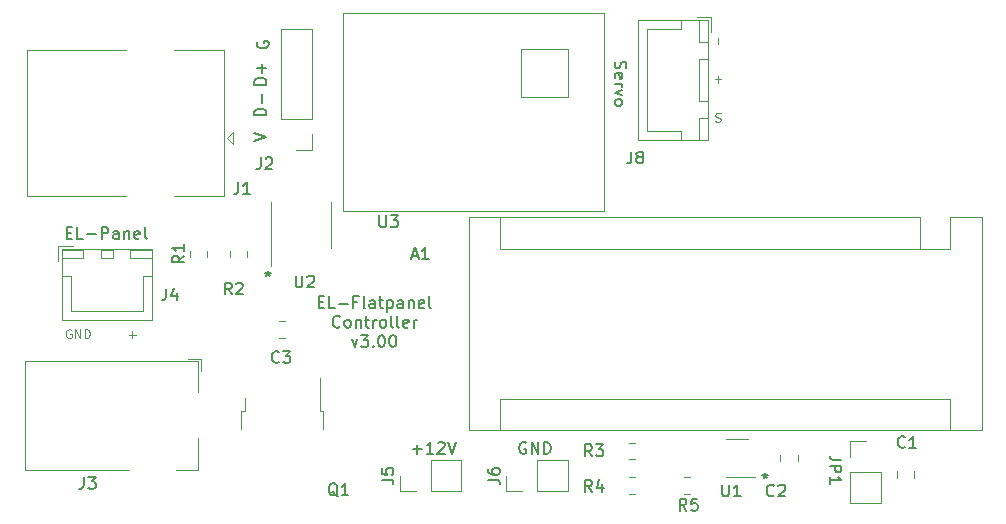
<source format=gto>
G04 #@! TF.GenerationSoftware,KiCad,Pcbnew,(5.1.10)-1*
G04 #@! TF.CreationDate,2022-01-19T22:21:47+01:00*
G04 #@! TF.ProjectId,ELFlatPanel,454c466c-6174-4506-916e-656c2e6b6963,3.0*
G04 #@! TF.SameCoordinates,Original*
G04 #@! TF.FileFunction,Legend,Top*
G04 #@! TF.FilePolarity,Positive*
%FSLAX46Y46*%
G04 Gerber Fmt 4.6, Leading zero omitted, Abs format (unit mm)*
G04 Created by KiCad (PCBNEW (5.1.10)-1) date 2022-01-19 22:21:47*
%MOMM*%
%LPD*%
G01*
G04 APERTURE LIST*
%ADD10C,0.150000*%
%ADD11C,0.100000*%
%ADD12C,0.120000*%
%ADD13R,1.700000X1.700000*%
%ADD14C,1.700000*%
%ADD15C,3.500000*%
%ADD16C,2.200000*%
%ADD17R,1.600000X1.600000*%
%ADD18O,1.600000X1.600000*%
%ADD19O,1.700000X1.700000*%
%ADD20R,3.500000X3.500000*%
%ADD21O,1.700000X2.000000*%
%ADD22O,1.950000X1.700000*%
%ADD23R,1.200000X2.200000*%
%ADD24R,5.800000X6.400000*%
%ADD25R,1.060000X0.650000*%
%ADD26C,1.524000*%
G04 APERTURE END LIST*
D10*
X147700000Y-113252380D02*
X147700000Y-113490476D01*
X147461904Y-113395238D02*
X147700000Y-113490476D01*
X147938095Y-113395238D01*
X147557142Y-113680952D02*
X147700000Y-113490476D01*
X147842857Y-113680952D01*
D11*
X143485714Y-83503571D02*
X143592857Y-83539285D01*
X143771428Y-83539285D01*
X143842857Y-83503571D01*
X143878571Y-83467857D01*
X143914285Y-83396428D01*
X143914285Y-83325000D01*
X143878571Y-83253571D01*
X143842857Y-83217857D01*
X143771428Y-83182142D01*
X143628571Y-83146428D01*
X143557142Y-83110714D01*
X143521428Y-83075000D01*
X143485714Y-83003571D01*
X143485714Y-82932142D01*
X143521428Y-82860714D01*
X143557142Y-82825000D01*
X143628571Y-82789285D01*
X143807142Y-82789285D01*
X143914285Y-82825000D01*
D10*
X127438095Y-110700000D02*
X127342857Y-110652380D01*
X127200000Y-110652380D01*
X127057142Y-110700000D01*
X126961904Y-110795238D01*
X126914285Y-110890476D01*
X126866666Y-111080952D01*
X126866666Y-111223809D01*
X126914285Y-111414285D01*
X126961904Y-111509523D01*
X127057142Y-111604761D01*
X127200000Y-111652380D01*
X127295238Y-111652380D01*
X127438095Y-111604761D01*
X127485714Y-111557142D01*
X127485714Y-111223809D01*
X127295238Y-111223809D01*
X127914285Y-111652380D02*
X127914285Y-110652380D01*
X128485714Y-111652380D01*
X128485714Y-110652380D01*
X128961904Y-111652380D02*
X128961904Y-110652380D01*
X129200000Y-110652380D01*
X129342857Y-110700000D01*
X129438095Y-110795238D01*
X129485714Y-110890476D01*
X129533333Y-111080952D01*
X129533333Y-111223809D01*
X129485714Y-111414285D01*
X129438095Y-111509523D01*
X129342857Y-111604761D01*
X129200000Y-111652380D01*
X128961904Y-111652380D01*
X117838095Y-111271428D02*
X118600000Y-111271428D01*
X118219047Y-111652380D02*
X118219047Y-110890476D01*
X119600000Y-111652380D02*
X119028571Y-111652380D01*
X119314285Y-111652380D02*
X119314285Y-110652380D01*
X119219047Y-110795238D01*
X119123809Y-110890476D01*
X119028571Y-110938095D01*
X119980952Y-110747619D02*
X120028571Y-110700000D01*
X120123809Y-110652380D01*
X120361904Y-110652380D01*
X120457142Y-110700000D01*
X120504761Y-110747619D01*
X120552380Y-110842857D01*
X120552380Y-110938095D01*
X120504761Y-111080952D01*
X119933333Y-111652380D01*
X120552380Y-111652380D01*
X120838095Y-110652380D02*
X121171428Y-111652380D01*
X121504761Y-110652380D01*
X104700000Y-76738095D02*
X104652380Y-76833333D01*
X104652380Y-76976190D01*
X104700000Y-77119047D01*
X104795238Y-77214285D01*
X104890476Y-77261904D01*
X105080952Y-77309523D01*
X105223809Y-77309523D01*
X105414285Y-77261904D01*
X105509523Y-77214285D01*
X105604761Y-77119047D01*
X105652380Y-76976190D01*
X105652380Y-76880952D01*
X105604761Y-76738095D01*
X105557142Y-76690476D01*
X105223809Y-76690476D01*
X105223809Y-76880952D01*
X105452380Y-80380952D02*
X104452380Y-80380952D01*
X104452380Y-80142857D01*
X104500000Y-80000000D01*
X104595238Y-79904761D01*
X104690476Y-79857142D01*
X104880952Y-79809523D01*
X105023809Y-79809523D01*
X105214285Y-79857142D01*
X105309523Y-79904761D01*
X105404761Y-80000000D01*
X105452380Y-80142857D01*
X105452380Y-80380952D01*
X105071428Y-79380952D02*
X105071428Y-78619047D01*
X105452380Y-79000000D02*
X104690476Y-79000000D01*
X105452380Y-82980952D02*
X104452380Y-82980952D01*
X104452380Y-82742857D01*
X104500000Y-82600000D01*
X104595238Y-82504761D01*
X104690476Y-82457142D01*
X104880952Y-82409523D01*
X105023809Y-82409523D01*
X105214285Y-82457142D01*
X105309523Y-82504761D01*
X105404761Y-82600000D01*
X105452380Y-82742857D01*
X105452380Y-82980952D01*
X105071428Y-81980952D02*
X105071428Y-81219047D01*
X104452380Y-85133333D02*
X105452380Y-84800000D01*
X104452380Y-84466666D01*
X109885714Y-98778571D02*
X110219047Y-98778571D01*
X110361904Y-99302380D02*
X109885714Y-99302380D01*
X109885714Y-98302380D01*
X110361904Y-98302380D01*
X111266666Y-99302380D02*
X110790476Y-99302380D01*
X110790476Y-98302380D01*
X111600000Y-98921428D02*
X112361904Y-98921428D01*
X113171428Y-98778571D02*
X112838095Y-98778571D01*
X112838095Y-99302380D02*
X112838095Y-98302380D01*
X113314285Y-98302380D01*
X113838095Y-99302380D02*
X113742857Y-99254761D01*
X113695238Y-99159523D01*
X113695238Y-98302380D01*
X114647619Y-99302380D02*
X114647619Y-98778571D01*
X114600000Y-98683333D01*
X114504761Y-98635714D01*
X114314285Y-98635714D01*
X114219047Y-98683333D01*
X114647619Y-99254761D02*
X114552380Y-99302380D01*
X114314285Y-99302380D01*
X114219047Y-99254761D01*
X114171428Y-99159523D01*
X114171428Y-99064285D01*
X114219047Y-98969047D01*
X114314285Y-98921428D01*
X114552380Y-98921428D01*
X114647619Y-98873809D01*
X114980952Y-98635714D02*
X115361904Y-98635714D01*
X115123809Y-98302380D02*
X115123809Y-99159523D01*
X115171428Y-99254761D01*
X115266666Y-99302380D01*
X115361904Y-99302380D01*
X115695238Y-98635714D02*
X115695238Y-99635714D01*
X115695238Y-98683333D02*
X115790476Y-98635714D01*
X115980952Y-98635714D01*
X116076190Y-98683333D01*
X116123809Y-98730952D01*
X116171428Y-98826190D01*
X116171428Y-99111904D01*
X116123809Y-99207142D01*
X116076190Y-99254761D01*
X115980952Y-99302380D01*
X115790476Y-99302380D01*
X115695238Y-99254761D01*
X117028571Y-99302380D02*
X117028571Y-98778571D01*
X116980952Y-98683333D01*
X116885714Y-98635714D01*
X116695238Y-98635714D01*
X116600000Y-98683333D01*
X117028571Y-99254761D02*
X116933333Y-99302380D01*
X116695238Y-99302380D01*
X116600000Y-99254761D01*
X116552380Y-99159523D01*
X116552380Y-99064285D01*
X116600000Y-98969047D01*
X116695238Y-98921428D01*
X116933333Y-98921428D01*
X117028571Y-98873809D01*
X117504761Y-98635714D02*
X117504761Y-99302380D01*
X117504761Y-98730952D02*
X117552380Y-98683333D01*
X117647619Y-98635714D01*
X117790476Y-98635714D01*
X117885714Y-98683333D01*
X117933333Y-98778571D01*
X117933333Y-99302380D01*
X118790476Y-99254761D02*
X118695238Y-99302380D01*
X118504761Y-99302380D01*
X118409523Y-99254761D01*
X118361904Y-99159523D01*
X118361904Y-98778571D01*
X118409523Y-98683333D01*
X118504761Y-98635714D01*
X118695238Y-98635714D01*
X118790476Y-98683333D01*
X118838095Y-98778571D01*
X118838095Y-98873809D01*
X118361904Y-98969047D01*
X119409523Y-99302380D02*
X119314285Y-99254761D01*
X119266666Y-99159523D01*
X119266666Y-98302380D01*
X111695238Y-100857142D02*
X111647619Y-100904761D01*
X111504761Y-100952380D01*
X111409523Y-100952380D01*
X111266666Y-100904761D01*
X111171428Y-100809523D01*
X111123809Y-100714285D01*
X111076190Y-100523809D01*
X111076190Y-100380952D01*
X111123809Y-100190476D01*
X111171428Y-100095238D01*
X111266666Y-100000000D01*
X111409523Y-99952380D01*
X111504761Y-99952380D01*
X111647619Y-100000000D01*
X111695238Y-100047619D01*
X112266666Y-100952380D02*
X112171428Y-100904761D01*
X112123809Y-100857142D01*
X112076190Y-100761904D01*
X112076190Y-100476190D01*
X112123809Y-100380952D01*
X112171428Y-100333333D01*
X112266666Y-100285714D01*
X112409523Y-100285714D01*
X112504761Y-100333333D01*
X112552380Y-100380952D01*
X112600000Y-100476190D01*
X112600000Y-100761904D01*
X112552380Y-100857142D01*
X112504761Y-100904761D01*
X112409523Y-100952380D01*
X112266666Y-100952380D01*
X113028571Y-100285714D02*
X113028571Y-100952380D01*
X113028571Y-100380952D02*
X113076190Y-100333333D01*
X113171428Y-100285714D01*
X113314285Y-100285714D01*
X113409523Y-100333333D01*
X113457142Y-100428571D01*
X113457142Y-100952380D01*
X113790476Y-100285714D02*
X114171428Y-100285714D01*
X113933333Y-99952380D02*
X113933333Y-100809523D01*
X113980952Y-100904761D01*
X114076190Y-100952380D01*
X114171428Y-100952380D01*
X114504761Y-100952380D02*
X114504761Y-100285714D01*
X114504761Y-100476190D02*
X114552380Y-100380952D01*
X114600000Y-100333333D01*
X114695238Y-100285714D01*
X114790476Y-100285714D01*
X115266666Y-100952380D02*
X115171428Y-100904761D01*
X115123809Y-100857142D01*
X115076190Y-100761904D01*
X115076190Y-100476190D01*
X115123809Y-100380952D01*
X115171428Y-100333333D01*
X115266666Y-100285714D01*
X115409523Y-100285714D01*
X115504761Y-100333333D01*
X115552380Y-100380952D01*
X115600000Y-100476190D01*
X115600000Y-100761904D01*
X115552380Y-100857142D01*
X115504761Y-100904761D01*
X115409523Y-100952380D01*
X115266666Y-100952380D01*
X116171428Y-100952380D02*
X116076190Y-100904761D01*
X116028571Y-100809523D01*
X116028571Y-99952380D01*
X116695238Y-100952380D02*
X116600000Y-100904761D01*
X116552380Y-100809523D01*
X116552380Y-99952380D01*
X117457142Y-100904761D02*
X117361904Y-100952380D01*
X117171428Y-100952380D01*
X117076190Y-100904761D01*
X117028571Y-100809523D01*
X117028571Y-100428571D01*
X117076190Y-100333333D01*
X117171428Y-100285714D01*
X117361904Y-100285714D01*
X117457142Y-100333333D01*
X117504761Y-100428571D01*
X117504761Y-100523809D01*
X117028571Y-100619047D01*
X117933333Y-100952380D02*
X117933333Y-100285714D01*
X117933333Y-100476190D02*
X117980952Y-100380952D01*
X118028571Y-100333333D01*
X118123809Y-100285714D01*
X118219047Y-100285714D01*
X112695238Y-101935714D02*
X112933333Y-102602380D01*
X113171428Y-101935714D01*
X113457142Y-101602380D02*
X114076190Y-101602380D01*
X113742857Y-101983333D01*
X113885714Y-101983333D01*
X113980952Y-102030952D01*
X114028571Y-102078571D01*
X114076190Y-102173809D01*
X114076190Y-102411904D01*
X114028571Y-102507142D01*
X113980952Y-102554761D01*
X113885714Y-102602380D01*
X113600000Y-102602380D01*
X113504761Y-102554761D01*
X113457142Y-102507142D01*
X114504761Y-102507142D02*
X114552380Y-102554761D01*
X114504761Y-102602380D01*
X114457142Y-102554761D01*
X114504761Y-102507142D01*
X114504761Y-102602380D01*
X115171428Y-101602380D02*
X115266666Y-101602380D01*
X115361904Y-101650000D01*
X115409523Y-101697619D01*
X115457142Y-101792857D01*
X115504761Y-101983333D01*
X115504761Y-102221428D01*
X115457142Y-102411904D01*
X115409523Y-102507142D01*
X115361904Y-102554761D01*
X115266666Y-102602380D01*
X115171428Y-102602380D01*
X115076190Y-102554761D01*
X115028571Y-102507142D01*
X114980952Y-102411904D01*
X114933333Y-102221428D01*
X114933333Y-101983333D01*
X114980952Y-101792857D01*
X115028571Y-101697619D01*
X115076190Y-101650000D01*
X115171428Y-101602380D01*
X116123809Y-101602380D02*
X116219047Y-101602380D01*
X116314285Y-101650000D01*
X116361904Y-101697619D01*
X116409523Y-101792857D01*
X116457142Y-101983333D01*
X116457142Y-102221428D01*
X116409523Y-102411904D01*
X116361904Y-102507142D01*
X116314285Y-102554761D01*
X116219047Y-102602380D01*
X116123809Y-102602380D01*
X116028571Y-102554761D01*
X115980952Y-102507142D01*
X115933333Y-102411904D01*
X115885714Y-102221428D01*
X115885714Y-101983333D01*
X115933333Y-101792857D01*
X115980952Y-101697619D01*
X116028571Y-101650000D01*
X116123809Y-101602380D01*
D11*
X143706071Y-76985714D02*
X143706071Y-76414285D01*
X143414285Y-79930713D02*
X143985714Y-79930713D01*
X143700000Y-80216427D02*
X143700000Y-79644999D01*
D10*
X134995238Y-78442857D02*
X134947619Y-78585714D01*
X134947619Y-78823809D01*
X134995238Y-78919047D01*
X135042857Y-78966666D01*
X135138095Y-79014285D01*
X135233333Y-79014285D01*
X135328571Y-78966666D01*
X135376190Y-78919047D01*
X135423809Y-78823809D01*
X135471428Y-78633333D01*
X135519047Y-78538095D01*
X135566666Y-78490476D01*
X135661904Y-78442857D01*
X135757142Y-78442857D01*
X135852380Y-78490476D01*
X135900000Y-78538095D01*
X135947619Y-78633333D01*
X135947619Y-78871428D01*
X135900000Y-79014285D01*
X134995238Y-79823809D02*
X134947619Y-79728571D01*
X134947619Y-79538095D01*
X134995238Y-79442857D01*
X135090476Y-79395238D01*
X135471428Y-79395238D01*
X135566666Y-79442857D01*
X135614285Y-79538095D01*
X135614285Y-79728571D01*
X135566666Y-79823809D01*
X135471428Y-79871428D01*
X135376190Y-79871428D01*
X135280952Y-79395238D01*
X134947619Y-80300000D02*
X135614285Y-80300000D01*
X135423809Y-80300000D02*
X135519047Y-80347619D01*
X135566666Y-80395238D01*
X135614285Y-80490476D01*
X135614285Y-80585714D01*
X135614285Y-80823809D02*
X134947619Y-81061904D01*
X135614285Y-81300000D01*
X134947619Y-81823809D02*
X134995238Y-81728571D01*
X135042857Y-81680952D01*
X135138095Y-81633333D01*
X135423809Y-81633333D01*
X135519047Y-81680952D01*
X135566666Y-81728571D01*
X135614285Y-81823809D01*
X135614285Y-81966666D01*
X135566666Y-82061904D01*
X135519047Y-82109523D01*
X135423809Y-82157142D01*
X135138095Y-82157142D01*
X135042857Y-82109523D01*
X134995238Y-82061904D01*
X134947619Y-81966666D01*
X134947619Y-81823809D01*
X105600000Y-96152380D02*
X105600000Y-96390476D01*
X105361904Y-96295238D02*
X105600000Y-96390476D01*
X105838095Y-96295238D01*
X105457142Y-96580952D02*
X105600000Y-96390476D01*
X105742857Y-96580952D01*
D11*
X93814285Y-101553571D02*
X94385714Y-101553571D01*
X94100000Y-101839285D02*
X94100000Y-101267857D01*
X88928571Y-101125000D02*
X88857142Y-101089285D01*
X88750000Y-101089285D01*
X88642857Y-101125000D01*
X88571428Y-101196428D01*
X88535714Y-101267857D01*
X88500000Y-101410714D01*
X88500000Y-101517857D01*
X88535714Y-101660714D01*
X88571428Y-101732142D01*
X88642857Y-101803571D01*
X88750000Y-101839285D01*
X88821428Y-101839285D01*
X88928571Y-101803571D01*
X88964285Y-101767857D01*
X88964285Y-101517857D01*
X88821428Y-101517857D01*
X89285714Y-101839285D02*
X89285714Y-101089285D01*
X89714285Y-101839285D01*
X89714285Y-101089285D01*
X90071428Y-101839285D02*
X90071428Y-101089285D01*
X90250000Y-101089285D01*
X90357142Y-101125000D01*
X90428571Y-101196428D01*
X90464285Y-101267857D01*
X90500000Y-101410714D01*
X90500000Y-101517857D01*
X90464285Y-101660714D01*
X90428571Y-101732142D01*
X90357142Y-101803571D01*
X90250000Y-101839285D01*
X90071428Y-101839285D01*
D10*
X88566666Y-92928571D02*
X88900000Y-92928571D01*
X89042857Y-93452380D02*
X88566666Y-93452380D01*
X88566666Y-92452380D01*
X89042857Y-92452380D01*
X89947619Y-93452380D02*
X89471428Y-93452380D01*
X89471428Y-92452380D01*
X90280952Y-93071428D02*
X91042857Y-93071428D01*
X91519047Y-93452380D02*
X91519047Y-92452380D01*
X91900000Y-92452380D01*
X91995238Y-92500000D01*
X92042857Y-92547619D01*
X92090476Y-92642857D01*
X92090476Y-92785714D01*
X92042857Y-92880952D01*
X91995238Y-92928571D01*
X91900000Y-92976190D01*
X91519047Y-92976190D01*
X92947619Y-93452380D02*
X92947619Y-92928571D01*
X92900000Y-92833333D01*
X92804761Y-92785714D01*
X92614285Y-92785714D01*
X92519047Y-92833333D01*
X92947619Y-93404761D02*
X92852380Y-93452380D01*
X92614285Y-93452380D01*
X92519047Y-93404761D01*
X92471428Y-93309523D01*
X92471428Y-93214285D01*
X92519047Y-93119047D01*
X92614285Y-93071428D01*
X92852380Y-93071428D01*
X92947619Y-93023809D01*
X93423809Y-92785714D02*
X93423809Y-93452380D01*
X93423809Y-92880952D02*
X93471428Y-92833333D01*
X93566666Y-92785714D01*
X93709523Y-92785714D01*
X93804761Y-92833333D01*
X93852380Y-92928571D01*
X93852380Y-93452380D01*
X94709523Y-93404761D02*
X94614285Y-93452380D01*
X94423809Y-93452380D01*
X94328571Y-93404761D01*
X94280952Y-93309523D01*
X94280952Y-92928571D01*
X94328571Y-92833333D01*
X94423809Y-92785714D01*
X94614285Y-92785714D01*
X94709523Y-92833333D01*
X94757142Y-92928571D01*
X94757142Y-93023809D01*
X94280952Y-93119047D01*
X95328571Y-93452380D02*
X95233333Y-93404761D01*
X95185714Y-93309523D01*
X95185714Y-92452380D01*
D12*
X97640000Y-89810000D02*
X101900000Y-89810000D01*
X101900000Y-89810000D02*
X101900000Y-77490000D01*
X101900000Y-77490000D02*
X97640000Y-77490000D01*
X93540000Y-89810000D02*
X85180000Y-89810000D01*
X85180000Y-89810000D02*
X85180000Y-77490000D01*
X85180000Y-77490000D02*
X93540000Y-77490000D01*
X102120000Y-84900000D02*
X102620000Y-85400000D01*
X102620000Y-85400000D02*
X102620000Y-84400000D01*
X102620000Y-84400000D02*
X102120000Y-84900000D01*
X160830000Y-94270000D02*
X163370000Y-94270000D01*
X163370000Y-94270000D02*
X163370000Y-91600000D01*
X160830000Y-91600000D02*
X122600000Y-91600000D01*
X166040000Y-91600000D02*
X163370000Y-91600000D01*
X163370000Y-106970000D02*
X163370000Y-109640000D01*
X163370000Y-106970000D02*
X125270000Y-106970000D01*
X125270000Y-106970000D02*
X125270000Y-109640000D01*
X160830000Y-94270000D02*
X160830000Y-91600000D01*
X160830000Y-94270000D02*
X125270000Y-94270000D01*
X125270000Y-94270000D02*
X125270000Y-91600000D01*
X122600000Y-91600000D02*
X122600000Y-109640000D01*
X122600000Y-109640000D02*
X166040000Y-109640000D01*
X166040000Y-109640000D02*
X166040000Y-91600000D01*
X158865000Y-113661252D02*
X158865000Y-113138748D01*
X160335000Y-113661252D02*
X160335000Y-113138748D01*
X150435000Y-112261252D02*
X150435000Y-111738748D01*
X148965000Y-112261252D02*
X148965000Y-111738748D01*
X109330000Y-75650000D02*
X106670000Y-75650000D01*
X109330000Y-83330000D02*
X109330000Y-75650000D01*
X106670000Y-83330000D02*
X106670000Y-75650000D01*
X109330000Y-83330000D02*
X106670000Y-83330000D01*
X109330000Y-84600000D02*
X109330000Y-85930000D01*
X109330000Y-85930000D02*
X108000000Y-85930000D01*
X99900000Y-104650000D02*
X99900000Y-103600000D01*
X98850000Y-103600000D02*
X99900000Y-103600000D01*
X93800000Y-113000000D02*
X85000000Y-113000000D01*
X85000000Y-113000000D02*
X85000000Y-103800000D01*
X99700000Y-110300000D02*
X99700000Y-113000000D01*
X99700000Y-113000000D02*
X97800000Y-113000000D01*
X85000000Y-103800000D02*
X99700000Y-103800000D01*
X99700000Y-103800000D02*
X99700000Y-106400000D01*
X88140000Y-94340000D02*
X88140000Y-100310000D01*
X88140000Y-100310000D02*
X95760000Y-100310000D01*
X95760000Y-100310000D02*
X95760000Y-94340000D01*
X95760000Y-94340000D02*
X88140000Y-94340000D01*
X91450000Y-94350000D02*
X91450000Y-95100000D01*
X91450000Y-95100000D02*
X92450000Y-95100000D01*
X92450000Y-95100000D02*
X92450000Y-94350000D01*
X92450000Y-94350000D02*
X91450000Y-94350000D01*
X88150000Y-94350000D02*
X88150000Y-95100000D01*
X88150000Y-95100000D02*
X89950000Y-95100000D01*
X89950000Y-95100000D02*
X89950000Y-94350000D01*
X89950000Y-94350000D02*
X88150000Y-94350000D01*
X93950000Y-94350000D02*
X93950000Y-95100000D01*
X93950000Y-95100000D02*
X95750000Y-95100000D01*
X95750000Y-95100000D02*
X95750000Y-94350000D01*
X95750000Y-94350000D02*
X93950000Y-94350000D01*
X88150000Y-96600000D02*
X88900000Y-96600000D01*
X88900000Y-96600000D02*
X88900000Y-99550000D01*
X88900000Y-99550000D02*
X91950000Y-99550000D01*
X95750000Y-96600000D02*
X95000000Y-96600000D01*
X95000000Y-96600000D02*
X95000000Y-99550000D01*
X95000000Y-99550000D02*
X91950000Y-99550000D01*
X89100000Y-94050000D02*
X87850000Y-94050000D01*
X87850000Y-94050000D02*
X87850000Y-95300000D01*
X116770000Y-114830000D02*
X116770000Y-113500000D01*
X118100000Y-114830000D02*
X116770000Y-114830000D01*
X119370000Y-114830000D02*
X119370000Y-112170000D01*
X119370000Y-112170000D02*
X121970000Y-112170000D01*
X119370000Y-114830000D02*
X121970000Y-114830000D01*
X121970000Y-114830000D02*
X121970000Y-112170000D01*
X130970000Y-114830000D02*
X130970000Y-112170000D01*
X128370000Y-114830000D02*
X130970000Y-114830000D01*
X128370000Y-112170000D02*
X130970000Y-112170000D01*
X128370000Y-114830000D02*
X128370000Y-112170000D01*
X127100000Y-114830000D02*
X125770000Y-114830000D01*
X125770000Y-114830000D02*
X125770000Y-113500000D01*
X142860000Y-74940000D02*
X136890000Y-74940000D01*
X136890000Y-74940000D02*
X136890000Y-85060000D01*
X136890000Y-85060000D02*
X142860000Y-85060000D01*
X142860000Y-85060000D02*
X142860000Y-74940000D01*
X142850000Y-78250000D02*
X142100000Y-78250000D01*
X142100000Y-78250000D02*
X142100000Y-81750000D01*
X142100000Y-81750000D02*
X142850000Y-81750000D01*
X142850000Y-81750000D02*
X142850000Y-78250000D01*
X142850000Y-74950000D02*
X142100000Y-74950000D01*
X142100000Y-74950000D02*
X142100000Y-76750000D01*
X142100000Y-76750000D02*
X142850000Y-76750000D01*
X142850000Y-76750000D02*
X142850000Y-74950000D01*
X142850000Y-83250000D02*
X142100000Y-83250000D01*
X142100000Y-83250000D02*
X142100000Y-85050000D01*
X142100000Y-85050000D02*
X142850000Y-85050000D01*
X142850000Y-85050000D02*
X142850000Y-83250000D01*
X140600000Y-74950000D02*
X140600000Y-75700000D01*
X140600000Y-75700000D02*
X137650000Y-75700000D01*
X137650000Y-75700000D02*
X137650000Y-80000000D01*
X140600000Y-85050000D02*
X140600000Y-84300000D01*
X140600000Y-84300000D02*
X137650000Y-84300000D01*
X137650000Y-84300000D02*
X137650000Y-80000000D01*
X143150000Y-75900000D02*
X143150000Y-74650000D01*
X143150000Y-74650000D02*
X141900000Y-74650000D01*
X154870000Y-115770000D02*
X157530000Y-115770000D01*
X154870000Y-113170000D02*
X154870000Y-115770000D01*
X157530000Y-113170000D02*
X157530000Y-115770000D01*
X154870000Y-113170000D02*
X157530000Y-113170000D01*
X154870000Y-111900000D02*
X154870000Y-110570000D01*
X154870000Y-110570000D02*
X156200000Y-110570000D01*
X110250000Y-109530000D02*
X110250000Y-108030000D01*
X110250000Y-108030000D02*
X109980000Y-108030000D01*
X109980000Y-108030000D02*
X109980000Y-105200000D01*
X103350000Y-109530000D02*
X103350000Y-108030000D01*
X103350000Y-108030000D02*
X103620000Y-108030000D01*
X103620000Y-108030000D02*
X103620000Y-106930000D01*
X98990000Y-94961252D02*
X98990000Y-94438748D01*
X100410000Y-94961252D02*
X100410000Y-94438748D01*
X103810000Y-94438748D02*
X103810000Y-94961252D01*
X102390000Y-94438748D02*
X102390000Y-94961252D01*
X136661252Y-112110000D02*
X136138748Y-112110000D01*
X136661252Y-110690000D02*
X136138748Y-110690000D01*
X136138748Y-115010000D02*
X136661252Y-115010000D01*
X136138748Y-113590000D02*
X136661252Y-113590000D01*
X141361252Y-113590000D02*
X140838748Y-113590000D01*
X141361252Y-115010000D02*
X140838748Y-115010000D01*
X146200000Y-110390000D02*
X144400000Y-110390000D01*
X144400000Y-113610000D02*
X146850000Y-113610000D01*
X110960000Y-92300000D02*
X110960000Y-90350000D01*
X110960000Y-92300000D02*
X110960000Y-94250000D01*
X105840000Y-92300000D02*
X105840000Y-90350000D01*
X105840000Y-92300000D02*
X105840000Y-95750000D01*
X131000000Y-77400000D02*
X131000000Y-81400000D01*
X127000000Y-77400000D02*
X131000000Y-77400000D01*
X127000000Y-81400000D02*
X127000000Y-77400000D01*
X131000000Y-81400000D02*
X127000000Y-81400000D01*
X134049000Y-74318000D02*
X134049000Y-91082000D01*
X111951000Y-74318000D02*
X134049000Y-74318000D01*
X111951000Y-91082000D02*
X111951000Y-74318000D01*
X134049000Y-91082000D02*
X111951000Y-91082000D01*
X106501248Y-100365000D02*
X107023752Y-100365000D01*
X106501248Y-101835000D02*
X107023752Y-101835000D01*
D10*
X103066666Y-88652380D02*
X103066666Y-89366666D01*
X103019047Y-89509523D01*
X102923809Y-89604761D01*
X102780952Y-89652380D01*
X102685714Y-89652380D01*
X104066666Y-89652380D02*
X103495238Y-89652380D01*
X103780952Y-89652380D02*
X103780952Y-88652380D01*
X103685714Y-88795238D01*
X103590476Y-88890476D01*
X103495238Y-88938095D01*
X117785714Y-94866666D02*
X118261904Y-94866666D01*
X117690476Y-95152380D02*
X118023809Y-94152380D01*
X118357142Y-95152380D01*
X119214285Y-95152380D02*
X118642857Y-95152380D01*
X118928571Y-95152380D02*
X118928571Y-94152380D01*
X118833333Y-94295238D01*
X118738095Y-94390476D01*
X118642857Y-94438095D01*
X159533333Y-111057142D02*
X159485714Y-111104761D01*
X159342857Y-111152380D01*
X159247619Y-111152380D01*
X159104761Y-111104761D01*
X159009523Y-111009523D01*
X158961904Y-110914285D01*
X158914285Y-110723809D01*
X158914285Y-110580952D01*
X158961904Y-110390476D01*
X159009523Y-110295238D01*
X159104761Y-110200000D01*
X159247619Y-110152380D01*
X159342857Y-110152380D01*
X159485714Y-110200000D01*
X159533333Y-110247619D01*
X160485714Y-111152380D02*
X159914285Y-111152380D01*
X160200000Y-111152380D02*
X160200000Y-110152380D01*
X160104761Y-110295238D01*
X160009523Y-110390476D01*
X159914285Y-110438095D01*
X148433333Y-115157142D02*
X148385714Y-115204761D01*
X148242857Y-115252380D01*
X148147619Y-115252380D01*
X148004761Y-115204761D01*
X147909523Y-115109523D01*
X147861904Y-115014285D01*
X147814285Y-114823809D01*
X147814285Y-114680952D01*
X147861904Y-114490476D01*
X147909523Y-114395238D01*
X148004761Y-114300000D01*
X148147619Y-114252380D01*
X148242857Y-114252380D01*
X148385714Y-114300000D01*
X148433333Y-114347619D01*
X148814285Y-114347619D02*
X148861904Y-114300000D01*
X148957142Y-114252380D01*
X149195238Y-114252380D01*
X149290476Y-114300000D01*
X149338095Y-114347619D01*
X149385714Y-114442857D01*
X149385714Y-114538095D01*
X149338095Y-114680952D01*
X148766666Y-115252380D01*
X149385714Y-115252380D01*
X104966666Y-86552380D02*
X104966666Y-87266666D01*
X104919047Y-87409523D01*
X104823809Y-87504761D01*
X104680952Y-87552380D01*
X104585714Y-87552380D01*
X105395238Y-86647619D02*
X105442857Y-86600000D01*
X105538095Y-86552380D01*
X105776190Y-86552380D01*
X105871428Y-86600000D01*
X105919047Y-86647619D01*
X105966666Y-86742857D01*
X105966666Y-86838095D01*
X105919047Y-86980952D01*
X105347619Y-87552380D01*
X105966666Y-87552380D01*
X90016666Y-113602380D02*
X90016666Y-114316666D01*
X89969047Y-114459523D01*
X89873809Y-114554761D01*
X89730952Y-114602380D01*
X89635714Y-114602380D01*
X90397619Y-113602380D02*
X91016666Y-113602380D01*
X90683333Y-113983333D01*
X90826190Y-113983333D01*
X90921428Y-114030952D01*
X90969047Y-114078571D01*
X91016666Y-114173809D01*
X91016666Y-114411904D01*
X90969047Y-114507142D01*
X90921428Y-114554761D01*
X90826190Y-114602380D01*
X90540476Y-114602380D01*
X90445238Y-114554761D01*
X90397619Y-114507142D01*
X96966666Y-97652380D02*
X96966666Y-98366666D01*
X96919047Y-98509523D01*
X96823809Y-98604761D01*
X96680952Y-98652380D01*
X96585714Y-98652380D01*
X97871428Y-97985714D02*
X97871428Y-98652380D01*
X97633333Y-97604761D02*
X97395238Y-98319047D01*
X98014285Y-98319047D01*
X115222380Y-113833333D02*
X115936666Y-113833333D01*
X116079523Y-113880952D01*
X116174761Y-113976190D01*
X116222380Y-114119047D01*
X116222380Y-114214285D01*
X115222380Y-112880952D02*
X115222380Y-113357142D01*
X115698571Y-113404761D01*
X115650952Y-113357142D01*
X115603333Y-113261904D01*
X115603333Y-113023809D01*
X115650952Y-112928571D01*
X115698571Y-112880952D01*
X115793809Y-112833333D01*
X116031904Y-112833333D01*
X116127142Y-112880952D01*
X116174761Y-112928571D01*
X116222380Y-113023809D01*
X116222380Y-113261904D01*
X116174761Y-113357142D01*
X116127142Y-113404761D01*
X124222380Y-113833333D02*
X124936666Y-113833333D01*
X125079523Y-113880952D01*
X125174761Y-113976190D01*
X125222380Y-114119047D01*
X125222380Y-114214285D01*
X124222380Y-112928571D02*
X124222380Y-113119047D01*
X124270000Y-113214285D01*
X124317619Y-113261904D01*
X124460476Y-113357142D01*
X124650952Y-113404761D01*
X125031904Y-113404761D01*
X125127142Y-113357142D01*
X125174761Y-113309523D01*
X125222380Y-113214285D01*
X125222380Y-113023809D01*
X125174761Y-112928571D01*
X125127142Y-112880952D01*
X125031904Y-112833333D01*
X124793809Y-112833333D01*
X124698571Y-112880952D01*
X124650952Y-112928571D01*
X124603333Y-113023809D01*
X124603333Y-113214285D01*
X124650952Y-113309523D01*
X124698571Y-113357142D01*
X124793809Y-113404761D01*
X136366666Y-86052380D02*
X136366666Y-86766666D01*
X136319047Y-86909523D01*
X136223809Y-87004761D01*
X136080952Y-87052380D01*
X135985714Y-87052380D01*
X136985714Y-86480952D02*
X136890476Y-86433333D01*
X136842857Y-86385714D01*
X136795238Y-86290476D01*
X136795238Y-86242857D01*
X136842857Y-86147619D01*
X136890476Y-86100000D01*
X136985714Y-86052380D01*
X137176190Y-86052380D01*
X137271428Y-86100000D01*
X137319047Y-86147619D01*
X137366666Y-86242857D01*
X137366666Y-86290476D01*
X137319047Y-86385714D01*
X137271428Y-86433333D01*
X137176190Y-86480952D01*
X136985714Y-86480952D01*
X136890476Y-86528571D01*
X136842857Y-86576190D01*
X136795238Y-86671428D01*
X136795238Y-86861904D01*
X136842857Y-86957142D01*
X136890476Y-87004761D01*
X136985714Y-87052380D01*
X137176190Y-87052380D01*
X137271428Y-87004761D01*
X137319047Y-86957142D01*
X137366666Y-86861904D01*
X137366666Y-86671428D01*
X137319047Y-86576190D01*
X137271428Y-86528571D01*
X137176190Y-86480952D01*
X154147619Y-112166666D02*
X153433333Y-112166666D01*
X153290476Y-112119047D01*
X153195238Y-112023809D01*
X153147619Y-111880952D01*
X153147619Y-111785714D01*
X153147619Y-112642857D02*
X154147619Y-112642857D01*
X154147619Y-113023809D01*
X154100000Y-113119047D01*
X154052380Y-113166666D01*
X153957142Y-113214285D01*
X153814285Y-113214285D01*
X153719047Y-113166666D01*
X153671428Y-113119047D01*
X153623809Y-113023809D01*
X153623809Y-112642857D01*
X153147619Y-114166666D02*
X153147619Y-113595238D01*
X153147619Y-113880952D02*
X154147619Y-113880952D01*
X154004761Y-113785714D01*
X153909523Y-113690476D01*
X153861904Y-113595238D01*
X111504761Y-115247619D02*
X111409523Y-115200000D01*
X111314285Y-115104761D01*
X111171428Y-114961904D01*
X111076190Y-114914285D01*
X110980952Y-114914285D01*
X111028571Y-115152380D02*
X110933333Y-115104761D01*
X110838095Y-115009523D01*
X110790476Y-114819047D01*
X110790476Y-114485714D01*
X110838095Y-114295238D01*
X110933333Y-114200000D01*
X111028571Y-114152380D01*
X111219047Y-114152380D01*
X111314285Y-114200000D01*
X111409523Y-114295238D01*
X111457142Y-114485714D01*
X111457142Y-114819047D01*
X111409523Y-115009523D01*
X111314285Y-115104761D01*
X111219047Y-115152380D01*
X111028571Y-115152380D01*
X112409523Y-115152380D02*
X111838095Y-115152380D01*
X112123809Y-115152380D02*
X112123809Y-114152380D01*
X112028571Y-114295238D01*
X111933333Y-114390476D01*
X111838095Y-114438095D01*
X98502380Y-94866666D02*
X98026190Y-95200000D01*
X98502380Y-95438095D02*
X97502380Y-95438095D01*
X97502380Y-95057142D01*
X97550000Y-94961904D01*
X97597619Y-94914285D01*
X97692857Y-94866666D01*
X97835714Y-94866666D01*
X97930952Y-94914285D01*
X97978571Y-94961904D01*
X98026190Y-95057142D01*
X98026190Y-95438095D01*
X98502380Y-93914285D02*
X98502380Y-94485714D01*
X98502380Y-94200000D02*
X97502380Y-94200000D01*
X97645238Y-94295238D01*
X97740476Y-94390476D01*
X97788095Y-94485714D01*
X102533333Y-98152380D02*
X102200000Y-97676190D01*
X101961904Y-98152380D02*
X101961904Y-97152380D01*
X102342857Y-97152380D01*
X102438095Y-97200000D01*
X102485714Y-97247619D01*
X102533333Y-97342857D01*
X102533333Y-97485714D01*
X102485714Y-97580952D01*
X102438095Y-97628571D01*
X102342857Y-97676190D01*
X101961904Y-97676190D01*
X102914285Y-97247619D02*
X102961904Y-97200000D01*
X103057142Y-97152380D01*
X103295238Y-97152380D01*
X103390476Y-97200000D01*
X103438095Y-97247619D01*
X103485714Y-97342857D01*
X103485714Y-97438095D01*
X103438095Y-97580952D01*
X102866666Y-98152380D01*
X103485714Y-98152380D01*
X133033333Y-111852380D02*
X132700000Y-111376190D01*
X132461904Y-111852380D02*
X132461904Y-110852380D01*
X132842857Y-110852380D01*
X132938095Y-110900000D01*
X132985714Y-110947619D01*
X133033333Y-111042857D01*
X133033333Y-111185714D01*
X132985714Y-111280952D01*
X132938095Y-111328571D01*
X132842857Y-111376190D01*
X132461904Y-111376190D01*
X133366666Y-110852380D02*
X133985714Y-110852380D01*
X133652380Y-111233333D01*
X133795238Y-111233333D01*
X133890476Y-111280952D01*
X133938095Y-111328571D01*
X133985714Y-111423809D01*
X133985714Y-111661904D01*
X133938095Y-111757142D01*
X133890476Y-111804761D01*
X133795238Y-111852380D01*
X133509523Y-111852380D01*
X133414285Y-111804761D01*
X133366666Y-111757142D01*
X133033333Y-114852380D02*
X132700000Y-114376190D01*
X132461904Y-114852380D02*
X132461904Y-113852380D01*
X132842857Y-113852380D01*
X132938095Y-113900000D01*
X132985714Y-113947619D01*
X133033333Y-114042857D01*
X133033333Y-114185714D01*
X132985714Y-114280952D01*
X132938095Y-114328571D01*
X132842857Y-114376190D01*
X132461904Y-114376190D01*
X133890476Y-114185714D02*
X133890476Y-114852380D01*
X133652380Y-113804761D02*
X133414285Y-114519047D01*
X134033333Y-114519047D01*
X141033333Y-116452380D02*
X140700000Y-115976190D01*
X140461904Y-116452380D02*
X140461904Y-115452380D01*
X140842857Y-115452380D01*
X140938095Y-115500000D01*
X140985714Y-115547619D01*
X141033333Y-115642857D01*
X141033333Y-115785714D01*
X140985714Y-115880952D01*
X140938095Y-115928571D01*
X140842857Y-115976190D01*
X140461904Y-115976190D01*
X141938095Y-115452380D02*
X141461904Y-115452380D01*
X141414285Y-115928571D01*
X141461904Y-115880952D01*
X141557142Y-115833333D01*
X141795238Y-115833333D01*
X141890476Y-115880952D01*
X141938095Y-115928571D01*
X141985714Y-116023809D01*
X141985714Y-116261904D01*
X141938095Y-116357142D01*
X141890476Y-116404761D01*
X141795238Y-116452380D01*
X141557142Y-116452380D01*
X141461904Y-116404761D01*
X141414285Y-116357142D01*
X144038095Y-114252380D02*
X144038095Y-115061904D01*
X144085714Y-115157142D01*
X144133333Y-115204761D01*
X144228571Y-115252380D01*
X144419047Y-115252380D01*
X144514285Y-115204761D01*
X144561904Y-115157142D01*
X144609523Y-115061904D01*
X144609523Y-114252380D01*
X145609523Y-115252380D02*
X145038095Y-115252380D01*
X145323809Y-115252380D02*
X145323809Y-114252380D01*
X145228571Y-114395238D01*
X145133333Y-114490476D01*
X145038095Y-114538095D01*
X107938095Y-96552380D02*
X107938095Y-97361904D01*
X107985714Y-97457142D01*
X108033333Y-97504761D01*
X108128571Y-97552380D01*
X108319047Y-97552380D01*
X108414285Y-97504761D01*
X108461904Y-97457142D01*
X108509523Y-97361904D01*
X108509523Y-96552380D01*
X108938095Y-96647619D02*
X108985714Y-96600000D01*
X109080952Y-96552380D01*
X109319047Y-96552380D01*
X109414285Y-96600000D01*
X109461904Y-96647619D01*
X109509523Y-96742857D01*
X109509523Y-96838095D01*
X109461904Y-96980952D01*
X108890476Y-97552380D01*
X109509523Y-97552380D01*
X115038095Y-91452380D02*
X115038095Y-92261904D01*
X115085714Y-92357142D01*
X115133333Y-92404761D01*
X115228571Y-92452380D01*
X115419047Y-92452380D01*
X115514285Y-92404761D01*
X115561904Y-92357142D01*
X115609523Y-92261904D01*
X115609523Y-91452380D01*
X115990476Y-91452380D02*
X116609523Y-91452380D01*
X116276190Y-91833333D01*
X116419047Y-91833333D01*
X116514285Y-91880952D01*
X116561904Y-91928571D01*
X116609523Y-92023809D01*
X116609523Y-92261904D01*
X116561904Y-92357142D01*
X116514285Y-92404761D01*
X116419047Y-92452380D01*
X116133333Y-92452380D01*
X116038095Y-92404761D01*
X115990476Y-92357142D01*
X106533333Y-103857142D02*
X106485714Y-103904761D01*
X106342857Y-103952380D01*
X106247619Y-103952380D01*
X106104761Y-103904761D01*
X106009523Y-103809523D01*
X105961904Y-103714285D01*
X105914285Y-103523809D01*
X105914285Y-103380952D01*
X105961904Y-103190476D01*
X106009523Y-103095238D01*
X106104761Y-103000000D01*
X106247619Y-102952380D01*
X106342857Y-102952380D01*
X106485714Y-103000000D01*
X106533333Y-103047619D01*
X106866666Y-102952380D02*
X107485714Y-102952380D01*
X107152380Y-103333333D01*
X107295238Y-103333333D01*
X107390476Y-103380952D01*
X107438095Y-103428571D01*
X107485714Y-103523809D01*
X107485714Y-103761904D01*
X107438095Y-103857142D01*
X107390476Y-103904761D01*
X107295238Y-103952380D01*
X107009523Y-103952380D01*
X106914285Y-103904761D01*
X106866666Y-103857142D01*
%LPC*%
D13*
X100300000Y-84900000D03*
D14*
X100300000Y-82400000D03*
X98300000Y-82400000D03*
X98300000Y-84900000D03*
D15*
X95590000Y-89670000D03*
X95590000Y-77630000D03*
D16*
X114200000Y-105900000D03*
X163500000Y-112900000D03*
X140900000Y-88500000D03*
D17*
X162100000Y-93000000D03*
D18*
X129080000Y-108240000D03*
X159560000Y-93000000D03*
X131620000Y-108240000D03*
X157020000Y-93000000D03*
X134160000Y-108240000D03*
X154480000Y-93000000D03*
X136700000Y-108240000D03*
X151940000Y-93000000D03*
X139240000Y-108240000D03*
X149400000Y-93000000D03*
X141780000Y-108240000D03*
X146860000Y-93000000D03*
X144320000Y-108240000D03*
X144320000Y-93000000D03*
X146860000Y-108240000D03*
X141780000Y-93000000D03*
X149400000Y-108240000D03*
X139240000Y-93000000D03*
X151940000Y-108240000D03*
X136700000Y-93000000D03*
X154480000Y-108240000D03*
X134160000Y-93000000D03*
X157020000Y-108240000D03*
X131620000Y-93000000D03*
X159560000Y-108240000D03*
X129080000Y-93000000D03*
X162100000Y-108240000D03*
X126540000Y-93000000D03*
X126540000Y-108240000D03*
G36*
G01*
X160075000Y-115025000D02*
X159125000Y-115025000D01*
G75*
G02*
X158875000Y-114775000I0J250000D01*
G01*
X158875000Y-114100000D01*
G75*
G02*
X159125000Y-113850000I250000J0D01*
G01*
X160075000Y-113850000D01*
G75*
G02*
X160325000Y-114100000I0J-250000D01*
G01*
X160325000Y-114775000D01*
G75*
G02*
X160075000Y-115025000I-250000J0D01*
G01*
G37*
G36*
G01*
X160075000Y-112950000D02*
X159125000Y-112950000D01*
G75*
G02*
X158875000Y-112700000I0J250000D01*
G01*
X158875000Y-112025000D01*
G75*
G02*
X159125000Y-111775000I250000J0D01*
G01*
X160075000Y-111775000D01*
G75*
G02*
X160325000Y-112025000I0J-250000D01*
G01*
X160325000Y-112700000D01*
G75*
G02*
X160075000Y-112950000I-250000J0D01*
G01*
G37*
G36*
G01*
X150175000Y-111550000D02*
X149225000Y-111550000D01*
G75*
G02*
X148975000Y-111300000I0J250000D01*
G01*
X148975000Y-110625000D01*
G75*
G02*
X149225000Y-110375000I250000J0D01*
G01*
X150175000Y-110375000D01*
G75*
G02*
X150425000Y-110625000I0J-250000D01*
G01*
X150425000Y-111300000D01*
G75*
G02*
X150175000Y-111550000I-250000J0D01*
G01*
G37*
G36*
G01*
X150175000Y-113625000D02*
X149225000Y-113625000D01*
G75*
G02*
X148975000Y-113375000I0J250000D01*
G01*
X148975000Y-112700000D01*
G75*
G02*
X149225000Y-112450000I250000J0D01*
G01*
X150175000Y-112450000D01*
G75*
G02*
X150425000Y-112700000I0J-250000D01*
G01*
X150425000Y-113375000D01*
G75*
G02*
X150175000Y-113625000I-250000J0D01*
G01*
G37*
D13*
X108000000Y-84600000D03*
D19*
X108000000Y-82060000D03*
X108000000Y-79520000D03*
X108000000Y-76980000D03*
D20*
X98800000Y-108400000D03*
G36*
G01*
X91300000Y-109400000D02*
X91300000Y-107400000D01*
G75*
G02*
X92050000Y-106650000I750000J0D01*
G01*
X93550000Y-106650000D01*
G75*
G02*
X94300000Y-107400000I0J-750000D01*
G01*
X94300000Y-109400000D01*
G75*
G02*
X93550000Y-110150000I-750000J0D01*
G01*
X92050000Y-110150000D01*
G75*
G02*
X91300000Y-109400000I0J750000D01*
G01*
G37*
G36*
G01*
X94050000Y-113975000D02*
X94050000Y-112225000D01*
G75*
G02*
X94925000Y-111350000I875000J0D01*
G01*
X96675000Y-111350000D01*
G75*
G02*
X97550000Y-112225000I0J-875000D01*
G01*
X97550000Y-113975000D01*
G75*
G02*
X96675000Y-114850000I-875000J0D01*
G01*
X94925000Y-114850000D01*
G75*
G02*
X94050000Y-113975000I0J875000D01*
G01*
G37*
G36*
G01*
X89850000Y-97550000D02*
X89850000Y-96050000D01*
G75*
G02*
X90100000Y-95800000I250000J0D01*
G01*
X91300000Y-95800000D01*
G75*
G02*
X91550000Y-96050000I0J-250000D01*
G01*
X91550000Y-97550000D01*
G75*
G02*
X91300000Y-97800000I-250000J0D01*
G01*
X90100000Y-97800000D01*
G75*
G02*
X89850000Y-97550000I0J250000D01*
G01*
G37*
D21*
X93200000Y-96800000D03*
D19*
X120640000Y-113500000D03*
D13*
X118100000Y-113500000D03*
X127100000Y-113500000D03*
D19*
X129640000Y-113500000D03*
G36*
G01*
X139675000Y-76650000D02*
X141125000Y-76650000D01*
G75*
G02*
X141375000Y-76900000I0J-250000D01*
G01*
X141375000Y-78100000D01*
G75*
G02*
X141125000Y-78350000I-250000J0D01*
G01*
X139675000Y-78350000D01*
G75*
G02*
X139425000Y-78100000I0J250000D01*
G01*
X139425000Y-76900000D01*
G75*
G02*
X139675000Y-76650000I250000J0D01*
G01*
G37*
D22*
X140400000Y-80000000D03*
X140400000Y-82500000D03*
D13*
X156200000Y-111900000D03*
D19*
X156200000Y-114440000D03*
D23*
X109080000Y-106300000D03*
X104520000Y-106300000D03*
D24*
X106800000Y-112600000D03*
G36*
G01*
X100150001Y-96300000D02*
X99249999Y-96300000D01*
G75*
G02*
X99000000Y-96050001I0J249999D01*
G01*
X99000000Y-95399999D01*
G75*
G02*
X99249999Y-95150000I249999J0D01*
G01*
X100150001Y-95150000D01*
G75*
G02*
X100400000Y-95399999I0J-249999D01*
G01*
X100400000Y-96050001D01*
G75*
G02*
X100150001Y-96300000I-249999J0D01*
G01*
G37*
G36*
G01*
X100150001Y-94250000D02*
X99249999Y-94250000D01*
G75*
G02*
X99000000Y-94000001I0J249999D01*
G01*
X99000000Y-93349999D01*
G75*
G02*
X99249999Y-93100000I249999J0D01*
G01*
X100150001Y-93100000D01*
G75*
G02*
X100400000Y-93349999I0J-249999D01*
G01*
X100400000Y-94000001D01*
G75*
G02*
X100150001Y-94250000I-249999J0D01*
G01*
G37*
G36*
G01*
X102649999Y-93100000D02*
X103550001Y-93100000D01*
G75*
G02*
X103800000Y-93349999I0J-249999D01*
G01*
X103800000Y-94000001D01*
G75*
G02*
X103550001Y-94250000I-249999J0D01*
G01*
X102649999Y-94250000D01*
G75*
G02*
X102400000Y-94000001I0J249999D01*
G01*
X102400000Y-93349999D01*
G75*
G02*
X102649999Y-93100000I249999J0D01*
G01*
G37*
G36*
G01*
X102649999Y-95150000D02*
X103550001Y-95150000D01*
G75*
G02*
X103800000Y-95399999I0J-249999D01*
G01*
X103800000Y-96050001D01*
G75*
G02*
X103550001Y-96300000I-249999J0D01*
G01*
X102649999Y-96300000D01*
G75*
G02*
X102400000Y-96050001I0J249999D01*
G01*
X102400000Y-95399999D01*
G75*
G02*
X102649999Y-95150000I249999J0D01*
G01*
G37*
G36*
G01*
X138000000Y-110949999D02*
X138000000Y-111850001D01*
G75*
G02*
X137750001Y-112100000I-249999J0D01*
G01*
X137099999Y-112100000D01*
G75*
G02*
X136850000Y-111850001I0J249999D01*
G01*
X136850000Y-110949999D01*
G75*
G02*
X137099999Y-110700000I249999J0D01*
G01*
X137750001Y-110700000D01*
G75*
G02*
X138000000Y-110949999I0J-249999D01*
G01*
G37*
G36*
G01*
X135950000Y-110949999D02*
X135950000Y-111850001D01*
G75*
G02*
X135700001Y-112100000I-249999J0D01*
G01*
X135049999Y-112100000D01*
G75*
G02*
X134800000Y-111850001I0J249999D01*
G01*
X134800000Y-110949999D01*
G75*
G02*
X135049999Y-110700000I249999J0D01*
G01*
X135700001Y-110700000D01*
G75*
G02*
X135950000Y-110949999I0J-249999D01*
G01*
G37*
G36*
G01*
X136850000Y-114750001D02*
X136850000Y-113849999D01*
G75*
G02*
X137099999Y-113600000I249999J0D01*
G01*
X137750001Y-113600000D01*
G75*
G02*
X138000000Y-113849999I0J-249999D01*
G01*
X138000000Y-114750001D01*
G75*
G02*
X137750001Y-115000000I-249999J0D01*
G01*
X137099999Y-115000000D01*
G75*
G02*
X136850000Y-114750001I0J249999D01*
G01*
G37*
G36*
G01*
X134800000Y-114750001D02*
X134800000Y-113849999D01*
G75*
G02*
X135049999Y-113600000I249999J0D01*
G01*
X135700001Y-113600000D01*
G75*
G02*
X135950000Y-113849999I0J-249999D01*
G01*
X135950000Y-114750001D01*
G75*
G02*
X135700001Y-115000000I-249999J0D01*
G01*
X135049999Y-115000000D01*
G75*
G02*
X134800000Y-114750001I0J249999D01*
G01*
G37*
G36*
G01*
X140650000Y-113849999D02*
X140650000Y-114750001D01*
G75*
G02*
X140400001Y-115000000I-249999J0D01*
G01*
X139749999Y-115000000D01*
G75*
G02*
X139500000Y-114750001I0J249999D01*
G01*
X139500000Y-113849999D01*
G75*
G02*
X139749999Y-113600000I249999J0D01*
G01*
X140400001Y-113600000D01*
G75*
G02*
X140650000Y-113849999I0J-249999D01*
G01*
G37*
G36*
G01*
X142700000Y-113849999D02*
X142700000Y-114750001D01*
G75*
G02*
X142450001Y-115000000I-249999J0D01*
G01*
X141799999Y-115000000D01*
G75*
G02*
X141550000Y-114750001I0J249999D01*
G01*
X141550000Y-113849999D01*
G75*
G02*
X141799999Y-113600000I249999J0D01*
G01*
X142450001Y-113600000D01*
G75*
G02*
X142700000Y-113849999I0J-249999D01*
G01*
G37*
D25*
X146400000Y-112950000D03*
X146400000Y-112000000D03*
X146400000Y-111050000D03*
X144200000Y-111050000D03*
X144200000Y-112950000D03*
X144200000Y-112000000D03*
G36*
G01*
X106645000Y-95750000D02*
X106345000Y-95750000D01*
G75*
G02*
X106195000Y-95600000I0J150000D01*
G01*
X106195000Y-94150000D01*
G75*
G02*
X106345000Y-94000000I150000J0D01*
G01*
X106645000Y-94000000D01*
G75*
G02*
X106795000Y-94150000I0J-150000D01*
G01*
X106795000Y-95600000D01*
G75*
G02*
X106645000Y-95750000I-150000J0D01*
G01*
G37*
G36*
G01*
X107915000Y-95750000D02*
X107615000Y-95750000D01*
G75*
G02*
X107465000Y-95600000I0J150000D01*
G01*
X107465000Y-94150000D01*
G75*
G02*
X107615000Y-94000000I150000J0D01*
G01*
X107915000Y-94000000D01*
G75*
G02*
X108065000Y-94150000I0J-150000D01*
G01*
X108065000Y-95600000D01*
G75*
G02*
X107915000Y-95750000I-150000J0D01*
G01*
G37*
G36*
G01*
X109185000Y-95750000D02*
X108885000Y-95750000D01*
G75*
G02*
X108735000Y-95600000I0J150000D01*
G01*
X108735000Y-94150000D01*
G75*
G02*
X108885000Y-94000000I150000J0D01*
G01*
X109185000Y-94000000D01*
G75*
G02*
X109335000Y-94150000I0J-150000D01*
G01*
X109335000Y-95600000D01*
G75*
G02*
X109185000Y-95750000I-150000J0D01*
G01*
G37*
G36*
G01*
X110455000Y-95750000D02*
X110155000Y-95750000D01*
G75*
G02*
X110005000Y-95600000I0J150000D01*
G01*
X110005000Y-94150000D01*
G75*
G02*
X110155000Y-94000000I150000J0D01*
G01*
X110455000Y-94000000D01*
G75*
G02*
X110605000Y-94150000I0J-150000D01*
G01*
X110605000Y-95600000D01*
G75*
G02*
X110455000Y-95750000I-150000J0D01*
G01*
G37*
G36*
G01*
X110455000Y-90600000D02*
X110155000Y-90600000D01*
G75*
G02*
X110005000Y-90450000I0J150000D01*
G01*
X110005000Y-89000000D01*
G75*
G02*
X110155000Y-88850000I150000J0D01*
G01*
X110455000Y-88850000D01*
G75*
G02*
X110605000Y-89000000I0J-150000D01*
G01*
X110605000Y-90450000D01*
G75*
G02*
X110455000Y-90600000I-150000J0D01*
G01*
G37*
G36*
G01*
X109185000Y-90600000D02*
X108885000Y-90600000D01*
G75*
G02*
X108735000Y-90450000I0J150000D01*
G01*
X108735000Y-89000000D01*
G75*
G02*
X108885000Y-88850000I150000J0D01*
G01*
X109185000Y-88850000D01*
G75*
G02*
X109335000Y-89000000I0J-150000D01*
G01*
X109335000Y-90450000D01*
G75*
G02*
X109185000Y-90600000I-150000J0D01*
G01*
G37*
G36*
G01*
X107915000Y-90600000D02*
X107615000Y-90600000D01*
G75*
G02*
X107465000Y-90450000I0J150000D01*
G01*
X107465000Y-89000000D01*
G75*
G02*
X107615000Y-88850000I150000J0D01*
G01*
X107915000Y-88850000D01*
G75*
G02*
X108065000Y-89000000I0J-150000D01*
G01*
X108065000Y-90450000D01*
G75*
G02*
X107915000Y-90600000I-150000J0D01*
G01*
G37*
G36*
G01*
X106645000Y-90600000D02*
X106345000Y-90600000D01*
G75*
G02*
X106195000Y-90450000I0J150000D01*
G01*
X106195000Y-89000000D01*
G75*
G02*
X106345000Y-88850000I150000J0D01*
G01*
X106645000Y-88850000D01*
G75*
G02*
X106795000Y-89000000I0J-150000D01*
G01*
X106795000Y-90450000D01*
G75*
G02*
X106645000Y-90600000I-150000J0D01*
G01*
G37*
D26*
X113729000Y-89604000D03*
X113729000Y-78336000D03*
X113729000Y-87000000D03*
X113729000Y-75796000D03*
X132271000Y-75796000D03*
X132271000Y-78336000D03*
X132271000Y-87064000D03*
X132271000Y-89604000D03*
G36*
G01*
X107212500Y-101575000D02*
X107212500Y-100625000D01*
G75*
G02*
X107462500Y-100375000I250000J0D01*
G01*
X108137500Y-100375000D01*
G75*
G02*
X108387500Y-100625000I0J-250000D01*
G01*
X108387500Y-101575000D01*
G75*
G02*
X108137500Y-101825000I-250000J0D01*
G01*
X107462500Y-101825000D01*
G75*
G02*
X107212500Y-101575000I0J250000D01*
G01*
G37*
G36*
G01*
X105137500Y-101575000D02*
X105137500Y-100625000D01*
G75*
G02*
X105387500Y-100375000I250000J0D01*
G01*
X106062500Y-100375000D01*
G75*
G02*
X106312500Y-100625000I0J-250000D01*
G01*
X106312500Y-101575000D01*
G75*
G02*
X106062500Y-101825000I-250000J0D01*
G01*
X105387500Y-101825000D01*
G75*
G02*
X105137500Y-101575000I0J250000D01*
G01*
G37*
M02*

</source>
